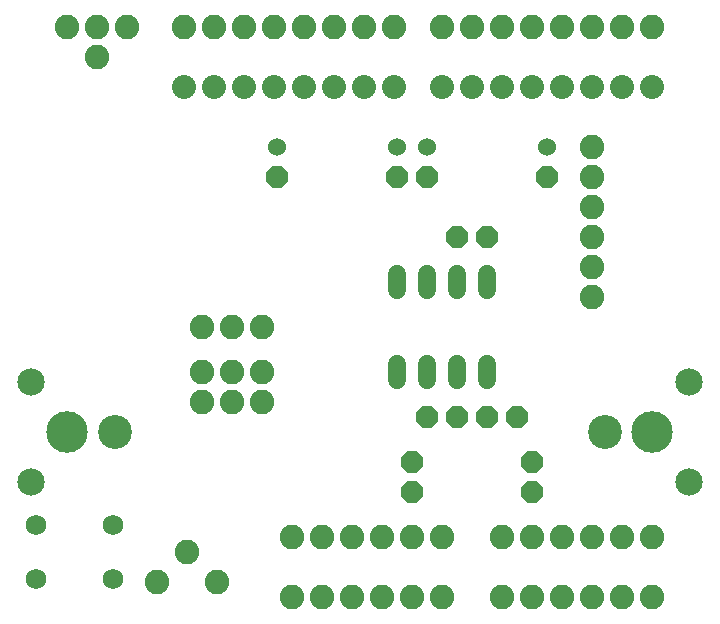
<source format=gbs>
G75*
G70*
%OFA0B0*%
%FSLAX24Y24*%
%IPPOS*%
%LPD*%
%AMOC8*
5,1,8,0,0,1.08239X$1,22.5*
%
%ADD10C,0.0600*%
%ADD11OC8,0.0740*%
%ADD12C,0.0907*%
%ADD13C,0.1386*%
%ADD14C,0.1130*%
%ADD15C,0.0600*%
%ADD16C,0.0820*%
%ADD17C,0.0800*%
%ADD18C,0.0680*%
D10*
X016427Y008744D02*
X016427Y009264D01*
X017427Y009264D02*
X017427Y008744D01*
X018427Y008744D02*
X018427Y009264D01*
X019427Y009264D02*
X019427Y008744D01*
X019427Y011744D02*
X019427Y012264D01*
X018427Y012264D02*
X018427Y011744D01*
X017427Y011744D02*
X017427Y012264D01*
X016427Y012264D02*
X016427Y011744D01*
D11*
X018427Y013504D03*
X019427Y013504D03*
X021427Y015504D03*
X017427Y015504D03*
X016427Y015504D03*
X012427Y015504D03*
X017427Y007504D03*
X018427Y007504D03*
X019427Y007504D03*
X020427Y007504D03*
X020927Y006004D03*
X020927Y005004D03*
X016927Y005004D03*
X016927Y006004D03*
D12*
X026147Y005331D03*
X026147Y008677D03*
X004206Y008677D03*
X004206Y005331D03*
D13*
X005427Y007004D03*
X024927Y007004D03*
D14*
X023344Y007003D03*
X007009Y007005D03*
D15*
X012427Y016504D03*
X016427Y016504D03*
X017427Y016504D03*
X021427Y016504D03*
D16*
X022927Y016504D03*
X022927Y015504D03*
X022927Y014504D03*
X022927Y013504D03*
X022927Y012504D03*
X022927Y011504D03*
X011927Y010504D03*
X010927Y010504D03*
X009927Y010504D03*
X009927Y009004D03*
X010927Y009004D03*
X011927Y009004D03*
X011927Y008004D03*
X010927Y008004D03*
X009927Y008004D03*
X012927Y003504D03*
X013927Y003504D03*
X014927Y003504D03*
X015927Y003504D03*
X016927Y003504D03*
X017927Y003504D03*
X019927Y003504D03*
X020927Y003504D03*
X021927Y003504D03*
X022927Y003504D03*
X023927Y003504D03*
X024927Y003504D03*
X024927Y001504D03*
X023927Y001504D03*
X022927Y001504D03*
X021927Y001504D03*
X020927Y001504D03*
X019927Y001504D03*
X017927Y001504D03*
X016927Y001504D03*
X015927Y001504D03*
X014927Y001504D03*
X013927Y001504D03*
X012927Y001504D03*
X010427Y002004D03*
X009427Y003004D03*
X008427Y002004D03*
X006427Y019504D03*
X006427Y020504D03*
X007427Y020504D03*
X009327Y020504D03*
X010327Y020504D03*
X011327Y020504D03*
X012327Y020504D03*
X013327Y020504D03*
X014327Y020504D03*
X015327Y020504D03*
X016327Y020504D03*
X017927Y020504D03*
X018927Y020504D03*
X019927Y020504D03*
X020927Y020504D03*
X021927Y020504D03*
X022927Y020504D03*
X023927Y020504D03*
X024927Y020504D03*
X005427Y020504D03*
D17*
X009327Y018504D03*
X010327Y018504D03*
X011327Y018504D03*
X012327Y018504D03*
X013327Y018504D03*
X014327Y018504D03*
X015327Y018504D03*
X016327Y018504D03*
X017927Y018504D03*
X018927Y018504D03*
X019927Y018504D03*
X020927Y018504D03*
X021927Y018504D03*
X022927Y018504D03*
X023927Y018504D03*
X024927Y018504D03*
D18*
X004397Y002114D03*
X004397Y003894D03*
X006957Y003894D03*
X006957Y002114D03*
M02*

</source>
